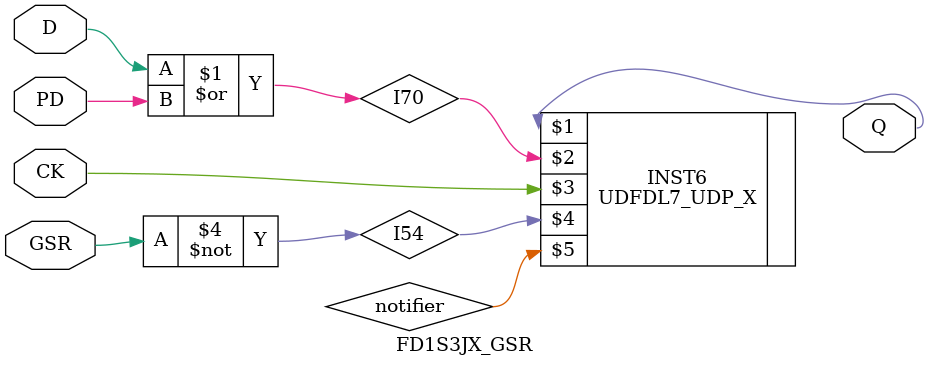
<source format=v>
`resetall
`timescale 1 ns / 100 ps

/* Created by DB2VERILOG Version 1.0.1.1 on Tue Apr  5 13:50:03 1994 */
/* module compiled from "lsl2db 3.6.4" run */

module FD1S3JX_GSR (D, CK, PD, GSR, Q);
input  D, CK, PD, GSR;
output Q;
reg notifier; 

UDFDL7_UDP_X INST6 (Q, I70, CK, I54, notifier); 
or INST67 (I70, D, PD);
not INST74 (I54, GSR);
not (BPD,PD);
not (QN,Q);
and (GSR_BPD,GSR,BPD);
and (GSR_QN,GSR,QN); 


endmodule

</source>
